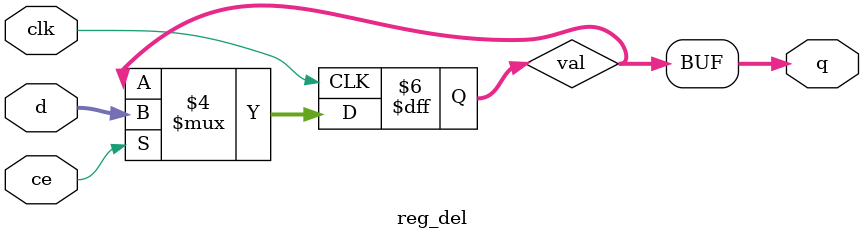
<source format=v>
`timescale 1ns / 1ps


module reg_del
#(
    parameter N = 8
)
(
    input clk,
    input ce,
    input [N-1:0]d,
    output [N-1:0]q
);

reg [N-1:0]val=0;

always @(posedge clk)
begin
    if(ce) val<=d;
    else val<=val;
end

assign q=val;

endmodule

</source>
